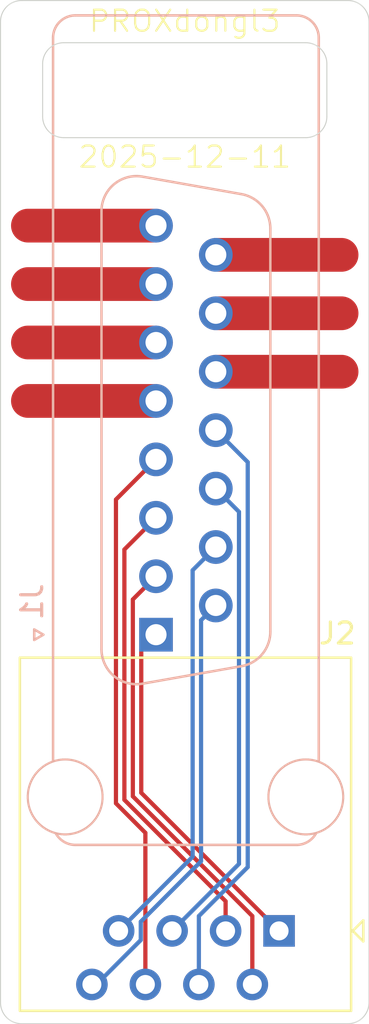
<source format=kicad_pcb>
(kicad_pcb (version 20241229) (generator "pcbnew") (generator_version "9.0")
  (layers (0 "F.Cu" signal) (2 "B.Cu" signal) (13 "F.Paste" user) (15 "B.Paste" user) (5 "F.SilkS" user "F.Silkscreen") (7 "B.SilkS" user "B.Silkscreen") (1 "F.Mask" user) (3 "B.Mask" user) (25 "Edge.Cuts" user))
  (net 0 "")
  (net 1 "unconnected-(J1-P14-Pad14)")
  (net 2 "/ETH7")
  (net 3 "/ETH6")
  (net 4 "unconnected-(J1-P15-Pad15)")
  (net 5 "/ETH1")
  (net 6 "unconnected-(J1-Pad7)")
  (net 7 "/ETH8")
  (net 8 "/ETH5")
  (net 9 "unconnected-(J1-Pad8)")
  (net 10 "unconnected-(J1-P13-Pad13)")
  (net 11 "/ETH4")
  (net 12 "/ETH3")
  (net 13 "unconnected-(J1-Pad6)")
  (net 14 "/ETH2")
  (net 15 "unconnected-(J1-Pad5)")
  (footprint "Connector_RJ:RJ45_OST_PJ012-8P8CX_Vertical" (layer "F.Cu") (at 113.23 94.1 180)
    (property "Reference" "J2" (at -2.77 14.1 180) (layer "F.SilkS"))
    (property "Value" "RJ45" (hide yes))
    (fp_line (start 12.31 12.95) (end -3.42 12.95) (stroke (width 0.12)) (layer "F.SilkS"))
    (fp_line (start 12.31 -3.79) (end 12.31 12.95) (stroke (width 0.12)) (layer "F.SilkS"))
    (fp_line (start 12.3 -3.79) (end -3.42 -3.79) (stroke (width 0.12)) (layer "F.SilkS"))
    (fp_line (start -3.42 -3.79) (end -3.42 12.95) (stroke (width 0.12)) (layer "F.SilkS"))
    (fp_line (start -3.5 0) (end -4 -0.5) (stroke (width 0.12)) (layer "F.SilkS"))
    (fp_line (start -4 0.5) (end -3.5 0) (stroke (width 0.12)) (layer "F.SilkS"))
    (fp_line (start -4 -0.5) (end -4 0.5) (stroke (width 0.12)) (layer "F.SilkS"))
    (pad "" np_thru_hole circle (at -1.27 6.35 180) (size 3.65 3.65) (drill 3.45) (layers "*.Cu" "*.SilkS" "*.Mask"))
    (pad "" np_thru_hole circle (at 10.16 6.35 180) (size 3.65 3.65) (drill 3.45) (layers "*.Cu" "*.SilkS" "*.Mask"))
    (pad "1" thru_hole rect (at 0 0 180) (size 1.5 1.5) (drill 0.9) (layers "*.Cu" "*.Mask") (net 5 "/ETH1"))
    (pad "2" thru_hole circle (at 1.27 -2.54 180) (size 1.5 1.5) (drill 0.9) (layers "*.Cu" "*.Mask") (net 14 "/ETH2"))
    (pad "3" thru_hole circle (at 2.54 0 180) (size 1.5 1.5) (drill 0.9) (layers "*.Cu" "*.Mask") (net 12 "/ETH3"))
    (pad "4" thru_hole circle (at 3.81 -2.54 180) (size 1.5 1.5) (drill 0.9) (layers "*.Cu" "*.Mask") (net 11 "/ETH4"))
    (pad "5" thru_hole circle (at 5.08 0 180) (size 1.5 1.5) (drill 0.9) (layers "*.Cu" "*.Mask") (net 8 "/ETH5"))
    (pad "6" thru_hole circle (at 6.35 -2.54 180) (size 1.5 1.5) (drill 0.9) (layers "*.Cu" "*.Mask") (net 3 "/ETH6"))
    (pad "7" thru_hole circle (at 7.62 0 180) (size 1.5 1.5) (drill 0.9) (layers "*.Cu" "*.Mask") (net 2 "/ETH7"))
    (pad "8" thru_hole circle (at 8.89 -2.54 180) (size 1.5 1.5) (drill 0.9) (layers "*.Cu" "*.Mask") (net 7 "/ETH8"))
  )
  (footprint "Connector_Dsub:DSUB-15_Socket_Vertical_P2.77x2.84mm" (layer "B.Cu") (at 107.385 80.06 -90)
    (property "Reference" "J1" (at -1.56 5.885 90) (layer "B.SilkS") (effects (justify mirror)))
    (property "Value" "DA15_Socket" (hide yes))
    (fp_line (start -0.25 5.784338) (end 0.25 5.784338) (stroke (width 0.12)) (layer "B.SilkS"))
    (fp_line (start 0.25 5.784338) (end 0 5.351325) (stroke (width 0.12)) (layer "B.SilkS"))
    (fp_line (start 0 5.351325) (end -0.25 5.784338) (stroke (width 0.12)) (layer "B.SilkS"))
    (fp_line (start -28.295 4.89) (end 8.905 4.89) (stroke (width 0.12)) (layer "B.SilkS"))
    (fp_line (start 9.965 3.83) (end 9.965 -6.67) (stroke (width 0.12)) (layer "B.SilkS"))
    (fp_line (start -20.076689 2.59) (end 0.686689 2.59) (stroke (width 0.12)) (layer "B.SilkS"))
    (fp_line (start 2.32147 0.641744) (end 1.492733 -4.058256) (stroke (width 0.12)) (layer "B.SilkS"))
    (fp_line (start -20.882733 -4.058256) (end -21.71147 0.641744) (stroke (width 0.12)) (layer "B.SilkS"))
    (fp_line (start -0.142048 -5.43) (end -19.247952 -5.43) (stroke (width 0.12)) (layer "B.SilkS"))
    (fp_line (start -29.355 -6.67) (end -29.355 3.83) (stroke (width 0.12)) (layer "B.SilkS"))
    (fp_line (start 8.905 -7.73) (end -28.295 -7.73) (stroke (width 0.12)) (layer "B.SilkS"))
    (fp_arc (start -28.295 4.89) (mid -29.044533 4.579533) (end -29.355 3.83) (stroke (width 0.12)) (layer "B.SilkS"))
    (fp_arc (start 9.965 3.83) (mid 9.654533 4.579533) (end 8.905 4.89) (stroke (width 0.12)) (layer "B.SilkS"))
    (fp_arc (start -20.076689 2.59) (mid -21.348323 1.997027) (end -21.71147 0.641744) (stroke (width 0.12)) (layer "B.SilkS"))
    (fp_arc (start 2.32147 0.641744) (mid 1.958323 1.997027) (end 0.686689 2.59) (stroke (width 0.12)) (layer "B.SilkS"))
    (fp_arc (start -20.882733 -4.058256) (mid -20.31498 -5.041634) (end -19.247952 -5.43) (stroke (width 0.12)) (layer "B.SilkS"))
    (fp_arc (start -0.142048 -5.43) (mid 0.92498 -5.041634) (end 1.492733 -4.058256) (stroke (width 0.12)) (layer "B.SilkS"))
    (fp_arc (start -29.355 -6.67) (mid -29.044533 -7.419533) (end -28.295 -7.73) (stroke (width 0.12)) (layer "B.SilkS"))
    (fp_arc (start 8.905 -7.73) (mid 9.654533 -7.419533) (end 9.965 -6.67) (stroke (width 0.12)) (layer "B.SilkS"))
    (pad "1" thru_hole rect (at 0 0 270) (size 1.6 1.6) (drill 1) (layers "*.Cu" "*.Mask") (net 5 "/ETH1"))
    (pad "2" thru_hole circle (at -2.77 0 270) (size 1.6 1.6) (drill 1) (layers "*.Cu" "*.Mask") (net 14 "/ETH2"))
    (pad "3" thru_hole circle (at -5.54 0 270) (size 1.6 1.6) (drill 1) (layers "*.Cu" "*.Mask") (net 12 "/ETH3"))
    (pad "4" thru_hole circle (at -8.31 0 270) (size 1.6 1.6) (drill 1) (layers "*.Cu" "*.Mask") (net 3 "/ETH6"))
    (pad "5" thru_hole circle (at -11.08 0 270) (size 1.6 1.6) (drill 1) (layers "*.Cu" "*.Mask") (net 15 "unconnected-(J1-Pad5)"))
    (pad "6" thru_hole circle (at -13.85 0 270) (size 1.6 1.6) (drill 1) (layers "*.Cu" "*.Mask") (net 13 "unconnected-(J1-Pad6)"))
    (pad "7" thru_hole circle (at -16.62 0 270) (size 1.6 1.6) (drill 1) (layers "*.Cu" "*.Mask") (net 6 "unconnected-(J1-Pad7)"))
    (pad "8" thru_hole circle (at -19.39 0 270) (size 1.6 1.6) (drill 1) (layers "*.Cu" "*.Mask") (net 9 "unconnected-(J1-Pad8)"))
    (pad "9" thru_hole circle (at -1.385 -2.84 270) (size 1.6 1.6) (drill 1) (layers "*.Cu" "*.Mask") (net 7 "/ETH8"))
    (pad "10" thru_hole circle (at -4.155 -2.84 270) (size 1.6 1.6) (drill 1) (layers "*.Cu" "*.Mask") (net 2 "/ETH7"))
    (pad "11" thru_hole circle (at -6.925 -2.84 270) (size 1.6 1.6) (drill 1) (layers "*.Cu" "*.Mask") (net 8 "/ETH5"))
    (pad "12" thru_hole circle (at -9.695 -2.84 270) (size 1.6 1.6) (drill 1) (layers "*.Cu" "*.Mask") (net 11 "/ETH4"))
    (pad "13" thru_hole circle (at -12.465 -2.84 270) (size 1.6 1.6) (drill 1) (layers "*.Cu" "*.Mask") (net 10 "unconnected-(J1-P13-Pad13)"))
    (pad "14" thru_hole circle (at -15.235 -2.84 270) (size 1.6 1.6) (drill 1) (layers "*.Cu" "*.Mask") (net 1 "unconnected-(J1-P14-Pad14)"))
    (pad "15" thru_hole circle (at -18.005 -2.84 270) (size 1.6 1.6) (drill 1) (layers "*.Cu" "*.Mask") (net 4 "unconnected-(J1-P15-Pad15)"))
  )
  (gr_line (start 114.5 56.5) (end 103 56.5) (stroke (width 0.05)) (layer "Edge.Cuts"))
  (gr_line (start 100 97.5) (end 100 51) (stroke (width 0.05)) (layer "Edge.Cuts"))
  (gr_line (start 117.5 51) (end 117.5 97.5) (stroke (width 0.05)) (layer "Edge.Cuts"))
  (gr_arc (start 115.5 55.5) (mid 115.207107 56.207107) (end 114.5 56.5) (stroke (width 0.05)) (layer "Edge.Cuts"))
  (gr_line (start 101 50) (end 116.5 50) (stroke (width 0.05)) (layer "Edge.Cuts"))
  (gr_arc (start 116.5 50) (mid 117.207107 50.292893) (end 117.5 51) (stroke (width 0.05)) (layer "Edge.Cuts"))
  (gr_arc (start 114.5 52) (mid 115.207107 52.292893) (end 115.5 53) (stroke (width 0.05)) (layer "Edge.Cuts"))
  (gr_arc (start 101 98.5) (mid 100.292893 98.207107) (end 100 97.5) (stroke (width 0.05)) (layer "Edge.Cuts"))
  (gr_line (start 102 55.5) (end 102 53) (stroke (width 0.05)) (layer "Edge.Cuts"))
  (gr_line (start 116.5 98.5) (end 101 98.5) (stroke (width 0.05)) (layer "Edge.Cuts"))
  (gr_line (start 103 52) (end 114.5 52) (stroke (width 0.05)) (layer "Edge.Cuts"))
  (gr_arc (start 102 53) (mid 102.292893 52.292893) (end 103 52) (stroke (width 0.05)) (layer "Edge.Cuts"))
  (gr_line (start 115.5 53) (end 115.5 55.5) (stroke (width 0.05)) (layer "Edge.Cuts"))
  (gr_arc (start 117.5 97.5) (mid 117.207107 98.207107) (end 116.5 98.5) (stroke (width 0.05)) (layer "Edge.Cuts"))
  (gr_arc (start 103 56.5) (mid 102.292893 56.207107) (end 102 55.5) (stroke (width 0.05)) (layer "Edge.Cuts"))
  (gr_arc (start 100 51) (mid 100.292893 50.292893) (end 101 50) (stroke (width 0.05)) (layer "Edge.Cuts"))
  (gr_text "PROXdongl3\n\n\n\n2025-12-11" (at 108.75 58 0) (layer "F.SilkS") (effects (font (size 1 1) (thickness 0.1)) (justify bottom)))
  (segment (start 110.225 64.825) (end 116.2 64.825) (width 1.6) (layers "F.Cu" "F.Mask") (net 1))
  (segment (start 109.124 90.586) (end 105.61 94.1) (width 0.2) (layer "B.Cu") (net 2))
  (segment (start 109.124 77.006) (end 109.124 90.586) (width 0.2) (layer "B.Cu") (net 2))
  (segment (start 105.61 94.1) (end 105.5 93.99) (width 0.2) (layer "B.Cu") (net 2))
  (segment (start 110.225 75.905) (end 109.124 77.006) (width 0.2) (layer "B.Cu") (net 2))
  (segment (start 106.88 96.64) (end 106.88 89.4513) (width 0.2) (layer "F.Cu") (net 3))
  (segment (start 105.482 88.0533) (end 105.482 73.653) (width 0.2) (layer "F.Cu") (net 3))
  (segment (start 106.88 89.4513) (end 105.482 88.0533) (width 0.2) (layer "F.Cu") (net 3))
  (segment (start 105.482 73.653) (end 107.385 71.75) (width 0.2) (layer "F.Cu") (net 3))
  (segment (start 110.225 62.055) (end 116.2 62.055) (width 1.6) (layers "F.Cu" "F.Mask") (net 4))
  (segment (start 107.385 80.06) (end 106.685 80.76) (width 0.2) (layer "F.Cu") (net 5))
  (segment (start 106.685 87.555) (end 113.23 94.1) (width 0.2) (layer "F.Cu") (net 5))
  (segment (start 106.685 80.76) (end 106.685 87.555) (width 0.2) (layer "F.Cu") (net 5))
  (segment (start 107.385 63.44) (end 101.3 63.44) (width 1.6) (layers "F.Cu" "F.Mask") (net 6))
  (segment (start 109.525 90.800661) (end 106.661 93.664661) (width 0.2) (layer "B.Cu") (net 7))
  (segment (start 110.225 78.675) (end 109.525 79.375) (width 0.2) (layer "B.Cu") (net 7))
  (segment (start 109.525 79.375) (end 109.525 90.800661) (width 0.2) (layer "B.Cu") (net 7))
  (segment (start 106.661 93.664661) (end 106.661 94.535339) (width 0.2) (layer "B.Cu") (net 7))
  (segment (start 106.661 94.535339) (end 104.556339 96.64) (width 0.2) (layer "B.Cu") (net 7))
  (segment (start 104.556339 96.64) (end 104.34 96.64) (width 0.2) (layer "B.Cu") (net 7))
  (segment (start 111.326 74.236) (end 111.326 90.924) (width 0.2) (layer "B.Cu") (net 8))
  (segment (start 110.225 73.135) (end 111.326 74.236) (width 0.2) (layer "B.Cu") (net 8))
  (segment (start 111.326 90.924) (end 108.15 94.1) (width 0.2) (layer "B.Cu") (net 8))
  (segment (start 107.379675 60.664675) (end 107.385 60.67) (width 0.2) (layer "F.Cu") (net 9))
  (segment (start 107.385 60.67) (end 101.3 60.67) (width 1.6) (layers "F.Cu" "F.Mask") (net 9))
  (segment (start 110.225 67.595) (end 116.2 67.595) (width 1.6) (layers "F.Cu" "F.Mask") (net 10))
  (segment (start 109.42 93.3971) (end 109.42 96.64) (width 0.2) (layer "B.Cu") (net 11))
  (segment (start 111.741 91.0761) (end 109.42 93.3971) (width 0.2) (layer "B.Cu") (net 11))
  (segment (start 111.741 71.881) (end 111.741 91.0761) (width 0.2) (layer "B.Cu") (net 11))
  (segment (start 110.225 70.365) (end 111.741 71.881) (width 0.2) (layer "B.Cu") (net 11))
  (segment (start 110.69 94.1) (end 110.69 92.6942) (width 0.2) (layer "F.Cu") (net 12))
  (segment (start 110.69 92.6942) (end 105.883 87.8872) (width 0.2) (layer "F.Cu") (net 12))
  (segment (start 105.883 76.022) (end 107.385 74.52) (width 0.2) (layer "F.Cu") (net 12))
  (segment (start 105.883 87.8872) (end 105.883 76.022) (width 0.2) (layer "F.Cu") (net 12))
  (segment (start 107.385 66.21) (end 101.3 66.21) (width 1.6) (layers "F.Cu" "F.Mask") (net 13))
  (segment (start 111.96 96.64) (end 111.96 93.3971) (width 0.2) (layer "F.Cu") (net 14))
  (segment (start 111.96 93.3971) (end 106.284 87.7211) (width 0.2) (layer "F.Cu") (net 14))
  (segment (start 106.284 78.391) (end 107.385 77.29) (width 0.2) (layer "F.Cu") (net 14))
  (segment (start 106.284 87.7211) (end 106.284 78.391) (width 0.2) (layer "F.Cu") (net 14))
  (segment (start 107.385 68.98) (end 101.3 68.98) (width 1.6) (layers "F.Cu" "F.Mask") (net 15))
)
</source>
